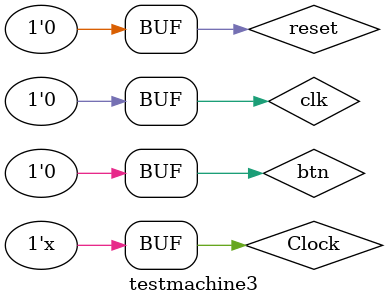
<source format=v>
`timescale 1ns / 1ps


module testmachine3;

	// Inputs
	reg reset;
	reg clk;
	reg btn;

	// Outputs
	wire [7:0] q;

	// Instantiate the Unit Under Test (UUT)
	FSM uut (
		.reset(reset), 
		.clk(clk), 
		.btn(btn), 
		.q(q)
	);
	
always #10 Clock =~Clock;
	initial begin
		// Initialize Inputs
		reset = 0;
		clk = 0;
		btn = 0;

		// Wait 100 ns for global reset to finish
		#100;
        
		// Add stimulus here

	end
      
endmodule


</source>
